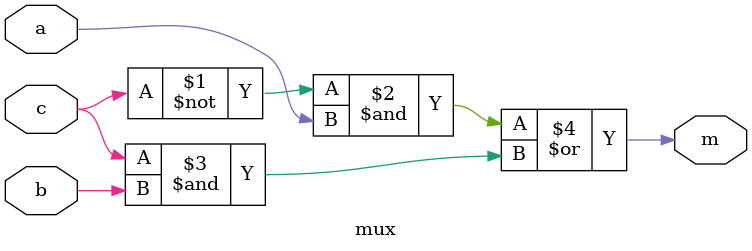
<source format=v>
module mux(a, b, c, m);
	input a, b, c;
	output m;
	assign m = (~c & a) | (c & b);
endmodule
</source>
